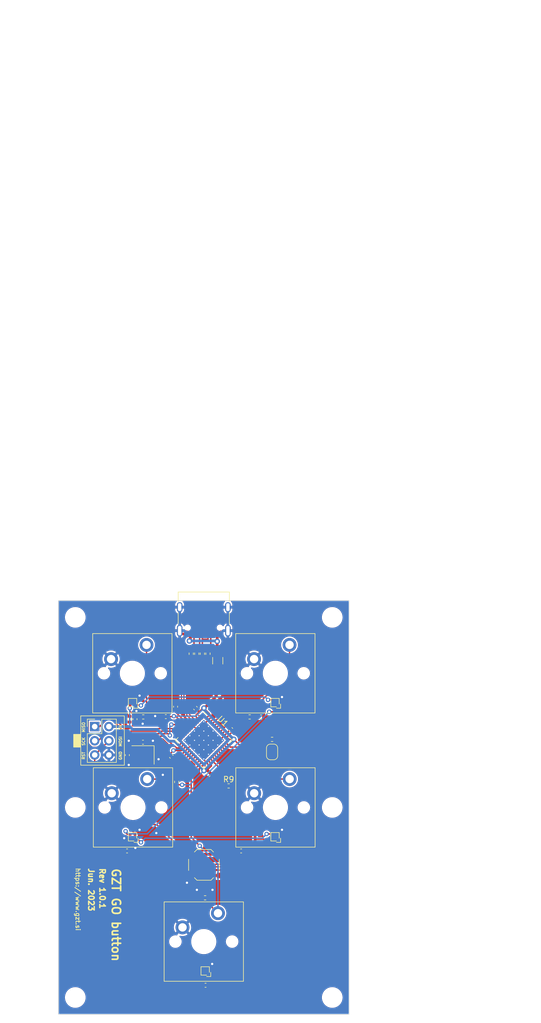
<source format=kicad_pcb>
(kicad_pcb (version 20221018) (generator pcbnew)
  (title_block (title "GO-button") (date "2023-03-08") (rev "1.0.0") (company "GZT") (comment 1 "Author: Gašper Doljak"))
  (layers (0 "F.Cu" signal) (31 "B.Cu" signal) (34 "B.Paste" user) (35 "F.Paste" user) (36 "B.SilkS" user "B.Silkscreen") (37 "F.SilkS" user "F.Silkscreen") (38 "B.Mask" user) (39 "F.Mask" user) (44 "Edge.Cuts" user))
  (net 0 "")
  (net 1 "GND")
  (net 2 "Net-(U1-UCAP)")
  (net 3 "+5V")
  (net 4 "/MOSI")
  (net 5 "Net-(F1-Pad2)")
  (net 6 "/CC1")
  (net 7 "Net-(J1-D+-PadA6)")
  (net 8 "Net-(J1-D--PadA7)")
  (net 10 "/CC2")
  (net 12 "/SCK")
  (net 13 "/MISO")
  (net 14 "/~RESET")
  (net 15 "/~HWB")
  (net 16 "/D-")
  (net 17 "/D+")
  (net 18 "/SW1")
  (net 19 "/SW3")
  (net 20 "/SW5")
  (net 21 "/SW2")
  (net 22 "/SW4")
  (net 31 "Net-(D1-DOUT)")
  (net 32 "Net-(D2-DOUT)")
  (net 40 "/XTAL1")
  (net 41 "/XTAL2")
  (net 42 "Net-(D4-DOUT)")
  (net 43 "Net-(D3-DOUT)")
  (net 48 "Net-(D1-DIN)")
  (footprint "Capacitor_SMD:C_0402_1005Metric" (layer "F.Cu") (at 131.572 76.2 135)
    (fp_text reference "C7" hide)
    (fp_text value "0.1uF")
  )
  (footprint "MountingHole:MountingHole_3.2mm_M3_ISO14580" (layer "F.Cu") (at 152 96)
    (fp_text reference "REF**" hide)
    (fp_text value "MountingHole_3.2mm_M3_ISO14580")
  )
  (footprint "Package_DFN_QFN:QFN-44-1EP_7x7mm_P0.5mm_EP5.2x5.2mm_ThermalVias" (layer "F.Cu") (at 129 84 -45)
    (fp_text reference "U1")
    (fp_text value "ATmega32U4-A")
  )
  (footprint "MountingHole:MountingHole_3.2mm_M3_ISO14580" (layer "F.Cu") (at 106 62)
    (fp_text reference "REF**" hide)
    (fp_text value "MountingHole_3.2mm_M3_ISO14580")
  )
  (footprint "Crystal:Crystal_SMD_3225-4Pin_3.2x2.5mm" (layer "F.Cu") (at 118.11 86.614 180)
    (fp_text reference "Y1" hide)
    (fp_text value "X322516MLB4SI")
  )
  (footprint "LED_SMD:XL-1010RGBC-WS2812B" (layer "F.Cu") (at 129.25 125.25 180)
    (fp_text reference "D5" hide)
    (fp_text value "WS2812")
  )
  (footprint "MountingHole:MountingHole_3.2mm_M3_ISO14580" (layer "F.Cu") (at 152 62)
    (fp_text reference "REF**" hide)
    (fp_text value "MountingHole_3.2mm_M3_ISO14580")
  )
  (footprint "Resistor_SMD:R_0402_1005Metric" (layer "F.Cu") (at 126.75 68.5 -90)
    (fp_text reference "R2" hide)
    (fp_text value "5k1")
  )
  (footprint "Jumper:SolderJumper-2_P1.3mm_Bridged_RoundedPad1.0x1.5mm" (layer "F.Cu") (at 141.226 86.07 -90)
    (fp_text reference "JP1" hide)
    (fp_text value "SolderJumper_2_Bridged")
  )
  (footprint "Capacitor_SMD:C_0402_1005Metric" (layer "F.Cu") (at 123.952 77.978 -90)
    (fp_text reference "C3" hide)
    (fp_text value "0.1uF")
  )
  (footprint "MountingHole:MountingHole_3.2mm_M3_ISO14580" (layer "F.Cu") (at 106 96)
    (fp_text reference "REF**" hide)
    (fp_text value "MountingHole_3.2mm_M3_ISO14580")
  )
  (footprint "Capacitor_SMD:C_0402_1005Metric" (layer "F.Cu") (at 122.202 79.756)
    (fp_text reference "C9" hide)
    (fp_text value "10uF")
  )
  (footprint "Resistor_SMD:R_0402_1005Metric" (layer "F.Cu") (at 129.2352 112.1664)
    (fp_text reference "R10" hide)
    (fp_text value "4k7")
  )
  (footprint "Capacitor_SMD:C_0402_1005Metric" (layer "F.Cu") (at 115.316 86.642 -90)
    (fp_text reference "C1" hide)
    (fp_text value "22pF")
  )
  (footprint "Connector_USB:USB_C_Receptacle_G-Switch_GT-USB-7010ASV" (layer "F.Cu") (at 129 61.25 180)
    (fp_text reference "J1" hide)
    (fp_text value "GT-USB-7010ASV")
  )
  (footprint "LED_SMD:XL-1010RGBC-WS2812B" (layer "F.Cu") (at 116.25 101.25 180)
    (fp_text reference "D3" hide)
    (fp_text value "WS2812")
  )
  (footprint "LED_SMD:XL-1010RGBC-WS2812B" (layer "F.Cu") (at 141.75 77.25 180)
    (fp_text reference "D2" hide)
    (fp_text value "WS2812")
  )
  (footprint "Resistor_SMD:R_0402_1005Metric" (layer "F.Cu") (at 141.226 83.82 180)
    (fp_text reference "R5" hide)
    (fp_text value "10k")
  )
  (footprint "PCM_Switch_Keyboard_Cherry_MX:SW_Cherry_MX_PCB" (layer "F.Cu") (at 116.33 96)
    (fp_text reference "SW3" hide)
    (fp_text value "SW_Push")
  )
  (footprint "Resistor_SMD:R_0402_1005Metric" (layer "F.Cu") (at 129.75 68.5 -90)
    (fp_text reference "R1" hide)
    (fp_text value "5k1")
  )
  (footprint "Capacitor_SMD:C_0402_1005Metric" (layer "F.Cu") (at 127.508 78.232 -45)
    (fp_text reference "C8" hide)
    (fp_text value "10uF")
  )
  (footprint "Resistor_SMD:R_0402_1005Metric" (layer "F.Cu") (at 118.1608 79.8068)
    (fp_text reference "R6" hide)
    (fp_text value "4k7")
  )
  (footprint "LED_SMD:XL-1010RGBC-WS2812B" (layer "F.Cu") (at 141.75 101.25 180)
    (fp_text reference "D4" hide)
    (fp_text value "WS2812")
  )
  (footprint "PCM_Switch_Keyboard_Cherry_MX:SW_Cherry_MX_PCB" (layer "F.Cu") (at 141.81 72)
    (fp_text reference "SW2" hide)
    (fp_text value "SW_Push")
  )
  (footprint "Capacitor_SMD:C_0402_1005Metric" (layer "F.Cu") (at 118.11 84.328)
    (fp_text reference "C2" hide)
    (fp_text value "22pF")
  )
  (footprint "Capacitor_SMD:C_0402_1005Metric" (layer "F.Cu") (at 115.2652 103.7844 180)
    (fp_text reference "C12" hide)
    (fp_text value "0.1uF")
  )
  (footprint "PCM_Switch_Keyboard_Cherry_MX:SW_Cherry_MX_PCB" (layer "F.Cu") (at 129 120)
    (fp_text reference "SW5" hide)
    (fp_text value "SW_Push")
  )
  (footprint "LED_SMD:XL-1010RGBC-WS2812B" (layer "F.Cu") (at 116.25 77.25 180)
    (fp_text reference "D1" hide)
    (fp_text value "WS2812")
  )
  (footprint "Resistor_SMD:R_0402_1005Metric" (layer "F.Cu") (at 137.2108 79.8068 180)
    (fp_text reference "R7" hide)
    (fp_text value "4k7")
  )
  (footprint "Capacitor_SMD:C_0402_1005Metric" (layer "F.Cu") (at 139.2428 79.8068)
    (fp_text reference "C11" hide)
    (fp_text value "0.1uF")
  )
  (footprint "Capacitor_SMD:C_0402_1005Metric" (layer "F.Cu") (at 129.794 90.17 45)
    (fp_text reference "C4" hide)
    (fp_text value "0.1uF")
  )
  (footprint "Resistor_SMD:R_0402_1005Metric" (layer "F.Cu") (at 127.75 68.5 -90)
    (fp_text reference "R4" hide)
    (fp_text value "22E")
  )
  (footprint "Capacitor_SMD:C_0402_1005Metric" (layer "F.Cu") (at 135.6868 103.7844 180)
    (fp_text reference "C13" hide)
    (fp_text value "0.1uF")
  )
  (footprint "Capacitor_SMD:C_0402_1005Metric" (layer "F.Cu") (at 116.6876 80.2132 -90)
    (fp_text reference "C10" hide)
    (fp_text value "0.1uF")
  )
  (footprint "Capacitor_SMD:C_0402_1005Metric" (layer "F.Cu") (at 123.19 86.868 135)
    (fp_text reference "C6" hide)
    (fp_text value "0.1uF")
  )
  (footprint "Capacitor_SMD:C_0402_1005Metric" (layer "F.Cu") (at 133.858 82.042 -45)
    (fp_text reference "C5" hide)
    (fp_text value "0.1uF")
  )
  (footprint "Fuse:Fuse_1206_3216Metric" (layer "F.Cu") (at 131.5 69.75 90)
    (fp_text reference "F1" hide)
    (fp_text value "JK-nSMD050SF")
  )
  (footprint "MountingHole:MountingHole_3.2mm_M3_ISO14580" (layer "F.Cu") (at 152 130)
    (fp_text reference "REF**" hide)
    (fp_text value "MountingHole_3.2mm_M3_ISO14580")
  )
  (footprint "Button_Switch_SMD:SW_SPST_TL3342" (layer "F.Cu") (at 129.032 106.274)
    (fp_text reference "SW6" hide)
    (fp_text value "TS-1187A-B-A-B")
  )
  (footprint "PCM_Switch_Keyboard_Cherry_MX:SW_Cherry_MX_PCB" (layer "F.Cu") (at 116.21 72)
    (fp_text reference "SW1" hide)
    (fp_text value "SW_Push")
  )
  (footprint "Connector:AVR_ISP_HEADER" (layer "F.Cu") (at 109.474 81.534)
    (fp_text reference "J2" hide)
    (fp_text value "AVR-ISP-6")
  )
  (footprint "Resistor_SMD:R_0402_1005Metric" (layer "F.Cu") (at 128.75 68.5 -90)
    (fp_text reference "R3" hide)
    (fp_text value "22E")
  )
  (footprint "Resistor_SMD:R_0402_1005Metric" (layer "F.Cu") (at 133.4516 92.1512)
    (fp_text reference "R9")
    (fp_text value "4k7")
  )
  (footprint "MountingHole:MountingHole_3.2mm_M3_ISO14580" (layer "F.Cu") (at 106 130)
    (fp_text reference "REF**" hide)
    (fp_text value "MountingHole_3.2mm_M3_ISO14580")
  )
  (footprint "Resistor_SMD:R_0402_1005Metric" (layer "F.Cu") (at 124.1552 91.44 90)
    (fp_text reference "R8" hide)
    (fp_text value "4k7")
  )
  (footprint "PCM_Switch_Keyboard_Cherry_MX:SW_Cherry_MX_PCB" (layer "F.Cu") (at 141.83 96)
    (fp_text reference "SW4" hide)
    (fp_text value "SW_Push")
  )
  (footprint "Capacitor_SMD:C_0402_1005Metric" (layer "F.Cu") (at 129.314 127.8128)
    (fp_text reference "C14" hide)
    (fp_text value "0.1uF")
  )
  (footprint "Resistor_SMD:R_0402_1005Metric" (layer "F.Cu") (at 115.7224 80.2132 90)
    (fp_text reference "R11" hide)
    (fp_text value "220E")
  )
  (footprint "Symbol:GZT_LOGO_25mm" (layer "F.Cu") (at 145 117.5)
    (fp_text reference "REF**" hide)
    (fp_text value "GZT_LOGO_25mm" hide)
  )
  (gr_rect locked (start 103 59) (end 155 133) (stroke (width 0.1)) (fill none) (layer "Edge.Cuts"))
  (gr_text "https://www.gzt.si" (at 106 106.75 -90) (layer "F.SilkS") (effects (font (size 0.8 0.8)) (justify left bottom)))
  (gr_text "GZT GO button\n\n" (at 110 106.75 -90) (layer "F.SilkS") (effects (font (size 1.5 1.5) (thickness 0.3) bold) (justify left bottom)))
  (gr_text "Jun. 2023" (at 108.25 106.75 270) (layer "F.SilkS") (effects (font (size 1 1) (thickness 0.25) bold) (justify left bottom)))
  (gr_text "Rev 1.0.1" (at 110.25 106.75 270) (layer "F.SilkS") (effects (font (size 1 1) (thickness 0.25) bold) (justify left bottom)))
  (segment (start 125.932924 85.652862) (end 127.585786 84) (width 0.25) (layer "F.Cu") (net 1))
  (segment (start 125.535177 79.82807) (end 126.993585 81.286478) (width 0.25) (layer "F.Cu") (net 1))
  (segment (start 124.587 78.455629) (end 125.535177 79.403806) (width 0.25) (layer "F.Cu") (net 1))
  (segment (start 129.592202 88.127736) (end 129.145537 88.127736) (width 0.25) (layer "F.Cu") (net 1))
  (segment (start 124.686648 86.899138) (end 125.932924 85.652862) (width 0.25) (layer "F.Cu") (net 1))
  (segment (start 131.828427 84) (end 129 84) (width 0.25) (layer "F.Cu") (net 1))
  (segment (start 129 83.292893) (end 129 84) (width 0.25) (layer "F.Cu") (net 1))
  (segment (start 119.720792 87.974792) (end 119.21 87.464) (width 0.25) (layer "F.Cu") (net 1))
  (segment (start 123.83812 86.899138) (end 124.686648 86.899138) (width 0.25) (layer "F.Cu") (net 1))
  (segment (start 115.316 86.162) (end 116.612 86.162) (width 0.25) (layer "F.Cu") (net 1))
  (segment (start 133.518589 82.309838) (end 133.518589 81.702589) (width 0.25) (layer "F.Cu") (net 1))
  (segment (start 128.207 89.066273) (end 128.207 89.749727) (width 0.25) (layer "F.Cu") (net 1))
  (segment (start 130.767767 79.403806) (end 130.767767 77.70675) (width 0.25) (layer "F.Cu") (net 1))
  (segment (start 129.592202 88.127736) (end 129.592202 88.057025) (width 0.25) (layer "F.Cu") (net 1))
  (segment (start 132.774182 83.054245) (end 131.828427 84) (width 0.25) (layer "F.Cu") (net 1))
  (segment (start 126.993585 81.286478) (end 129 83.292893) (width 0.25) (layer "F.Cu") (net 1))
  (segment (start 132.774182 83.054245) (end 133.518589 82.309838) (width 0.25) (layer "F.Cu") (net 1))
  (segment (start 131.911411 76.539411) (end 131.911411 76.563106) (width 0.25) (layer "F.Cu") (net 1))
  (segment (start 129 81.171573) (end 129 84) (width 0.25) (layer "F.Cu") (net 1))
  (segment (start 129.592202 88.057025) (end 129 87.464823) (width 0.25) (layer "F.Cu") (net 1))
  (segment (start 123.529411 87.207411) (end 122.76203 87.974792) (width 0.25) (layer "F.Cu") (net 1))
  (segment (start 128.966684 90.509411) (end 129.454589 90.509411) (width 0.25) (layer "F.Cu") (net 1))
  (segment (start 128.207 89.749727) (end 128.966684 90.509411) (width 0.25) (layer "F.Cu") (net 1))
  (segment (start 129.145537 88.127736) (end 128.207 89.066273) (width 0.25) (layer "F.Cu") (net 1))
  (segment (start 123.529411 87.207411) (end 123.529847 87.207411) (width 0.25) (layer "F.Cu") (net 1))
  (segment (start 131.911411 76.563106) (end 130.767767 77.70675) (width 0.25) (layer "F.Cu") (net 1))
  (segment (start 123.959609 77.498) (end 124.587 78.125391) (width 0.25) (layer "F.Cu") (net 1))
  (segment (start 116.612 86.162) (end 117.01 85.764) (width 0.25) (layer "F.Cu") (net 1))
  (segment (start 129 87.464823) (end 129 84) (width 0.25) (layer "F.Cu") (net 1))
  (segment (start 123.529847 87.207411) (end 123.83812 86.899138) (width 0.25) (layer "F.Cu") (net 1))
  (segment (start 127.585786 84) (end 129 84) (width 0.25) (layer "F.Cu") (net 1))
  (segment (start 129.945755 80.225818) (end 130.767767 79.403806) (width 0.25) (layer "F.Cu") (net 1))
  (segment (start 123.952 77.498) (end 123.959609 77.498) (width 0.25) (layer "F.Cu") (net 1))
  (segment (start 129.945755 80.225818) (end 129 81.171573) (width 0.25) (layer "F.Cu") (net 1))
  (segment (start 122.76203 87.974792) (end 119.720792 87.974792) (width 0.25) (layer "F.Cu") (net 1))
  (segment (start 124.587 78.125391) (end 124.587 78.455629) (width 0.25) (layer "F.Cu") (net 1))
  (segment (start 125.535177 79.403806) (end 125.535177 79.82807) (width 0.25) (layer "F.Cu") (net 1))
  (via (at 120.2944 79.6544) (size 0.8) (drill 0.4) (layers "F.Cu" "B.Cu") (net 1))
  (via (at 125.984 109.474) (size 0.8) (drill 0.4) (layers "F.Cu" "B.Cu") (net 1))
  (via (at 117.5 76) (size 0.8) (drill 0.4) (layers "F.Cu" "B.Cu") (net 1))
  (via (at 116.9416 78.75) (size 0.8) (drill 0.4) (layers "F.Cu" "B.Cu") (net 1))
  (via (at 116.75 103.25) (size 0.8) (drill 0.4) (layers "F.Cu" "B.Cu") (net 1))
  (via (at 130.5 124) (size 0.8) (drill 0.4) (layers "F.Cu" "B.Cu") (net 1))
  (via (at 120.5 100.584) (size 0.8) (drill 0.4) (layers "F.Cu" "B.Cu") (net 1))
  (via (at 143 100) (size 0.8) (drill 0.4) (layers "F.Cu" "B.Cu") (net 1))
  (via (at 118.0592 81.026) (size 0.8) (drill 0.4) (layers "F.Cu" "B.Cu") (net 1))
  (via (at 143 76.25) (size 0.8) (drill 0.4) (layers "F.Cu" "B.Cu") (net 1))
  (via (at 130.556 110.744) (size 0.8) (drill 0.4) (layers "F.Cu" "B.Cu") (net 1))
  (via (at 121.666 90.17) (size 0.8) (drill 0.4) (layers "F.Cu" "B.Cu") (net 1))
  (via (at 115.57 88.392) (size 0.8) (drill 0.4) (layers "F.Cu" "B.Cu") (net 1))
  (via (at 119.888 84.074) (size 0.8) (drill 0.4) (layers "F.Cu" "B.Cu") (net 1))
  (via (at 117.5 100) (size 0.8) (drill 0.4) (layers "F.Cu" "B.Cu") (net 1))
  (via (at 115.57 84.074) (size 0.8) (drill 0.4) (layers "F.Cu" "B.Cu") (net 1))
  (via (at 120.904 87.376) (size 0.8) (drill 0.4) (layers "F.Cu" "B.Cu") (net 1))
  (via (at 114.75 101.5) (size 0.8) (drill 0.4) (layers "F.Cu" "B.Cu") (net 1))
  (via (at 127.762 110.744) (size 0.8) (drill 0.4) (layers "F.Cu" "B.Cu") (net 1))
  (segment (start 123.952 78.952) (end 126.640031 81.640031) (width 0.25) (layer "F.Cu") (net 2))
  (segment (start 123.952 78.458) (end 123.952 78.952) (width 0.25) (layer "F.Cu") (net 2))
  (segment (start 128.834 127.8128) (end 128.834 125.684) (width 0.25) (layer "F.Cu") (net 3))
  (segment (start 129.111146 78.232) (end 130.202082 77.141064) (width 0.5) (layer "F.Cu") (net 3))
  (segment (start 117.922 106.172) (end 128.778 106.172) (width 0.25) (layer "F.Cu") (net 3))
  (segment (start 115.7732 78.2732) (end 115.75 78.25) (width 0.25) (layer "F.Cu") (net 3))
  (segment (start 131.5 75.593178) (end 131.232589 75.860589) (width 0.5) (layer "F.Cu") (net 3))
  (segment (start 128.834 125.684) (end 128.825 125.675) (width 0.25) (layer "F.Cu") (net 3))
  (segment (start 125.579371 85.299309) (end 125.068908 85.809772) (width 0.25) (layer "F.Cu") (net 3))
  (segment (start 116.6876 79.697862) (end 116.6876 79.7332) (width 0.25) (layer "F.Cu") (net 3))
  (segment (start 139.783918 84.752082) (end 135.298082 84.752082) (width 0.25) (layer "F.Cu") (net 3))
  (segment (start 123.731402 79.756) (end 123.641902 79.6665) (width 0.25) (layer "F.Cu") (net 3))
  (segment (start 132.041792 91.73897) (end 130.133411 89.830589) (width 0.5) (layer "F.Cu") (net 3))
  (segment (start 130.006218 79.206218) (end 129.032 78.232) (width 0.25) (layer "F.Cu") (net 3))
  (segment (start 115.825 101.675) (end 115.825 104.075) (width 0.25) (layer "F.Cu") (net 3))
  (segment (start 138.7628 78.3056) (end 139.3934 77.675) (width 0.25) (layer "F.Cu") (net 3))
  (segment (start 138.176 101.88005) (end 138.176 100.33) (width 0.5) (layer "F.Cu") (net 3))
  (segment (start 131.232589 76.110557) (end 130.202082 77.141064) (width 0.5) (layer "F.Cu") (net 3))
  (segment (start 123.952 79.756) (end 123.731402 79.756) (width 0.25) (layer "F.Cu") (net 3))
  (segment (start 128.054245 80.225818) (end 127.640228 79.811801) (width 0.25) (layer "F.Cu") (net 3))
  (segment (start 115.75 78.25) (end 115.75 77.75) (width 0.25) (layer "F.Cu") (net 3))
  (segment (start 115.825 104.075) (end 117.922 106.172) (width 0.25) (layer "F.Cu") (net 3))
  (segment (start 137.7208 79.8068) (end 138.7628 79.8068) (width 0.25) (layer "F.Cu") (net 3))
  (segment (start 129.592202 79.872264) (end 130.006218 79.458248) (width 0.25) (layer "F.Cu") (net 3))
  (segment (start 128.778 116.222) (end 126.175 118.825) (width 0.25) (layer "F.Cu") (net 3))
  (segment (start 133.171024 83.407798) (end 134.197411 82.381411) (width 0.25) (layer "F.Cu") (net 3))
  (segment (start 129.032 89.408) (end 129.710822 89.408) (width 0.5) (layer "F.Cu") (net 3))
  (segment (start 127.640228 79.420074) (end 128.168151 78.892151) (width 0.25) (layer "F.Cu") (net 3))
  (segment (start 129.710822 89.408) (end 130.133411 89.830589) (width 0.5) (layer "F.Cu") (net 3))
  (segment (start 125.068908 85.809772) (end 123.569406 85.809772) (width 0.25) (layer "F.Cu") (net 3))
  (segment (start 125.1184 91.95) (end 125.1204 91.948) (width 0.25) (layer "F.Cu") (net 3))
  (segment (start 126.175 118.825) (end 126.175 124.175) (width 0.25) (layer "F.Cu") (net 3))
  (segment (start 116.6876 79.7332) (end 117.5772 79.7332) (width 0.25) (layer "F.Cu") (net 3))
  (segment (start 134.197411 82.381411) (end 135.146189 82.381411) (width 0.25) (layer "F.Cu") (net 3))
  (segment (start 138.176 100.33) (end 132.041792 94.195792) (width 0.5) (layer "F.Cu") (net 3))
  (segment (start 133.539938 83.82) (end 133.127736 83.407798) (width 0.25) (layer "F.Cu") (net 3))
  (segment (start 131.232589 75.860589) (end 131.232589 76.110557) (width 0.5) (layer "F.Cu") (net 3))
  (segment (start 123.569406 85.809772) (end 122.850589 86.528589) (width 0.25) (layer "F.Cu") (net 3))
  (segment (start 128.778 106.172) (end 128.778 116.222) (width 0.25) (layer "F.Cu") (net 3))
  (segment (start 117.5772 79.7332) (end 117.6508 79.8068) (width 0.25) (layer "F.Cu") (net 3))
  (segment (start 130.006218 79.458248) (end 130.006218 79.206218) (width 0.25) (layer "F.Cu") (net 3))
  (segment (start 129.032 78.232) (end 128.948152 78.315848) (width 0.5) (layer "F.Cu") (net 3))
  (segment (start 128.828302 78.232) (end 129.032 78.232) (width 0.25) (layer "F.Cu") (net 3))
  (segment (start 134.366 83.82) (end 133.539938 83.82) (width 0.25) (layer "F.Cu") (net 3))
  (segment (start 127.675 125.675) (end 128.825 125.675) (width 0.25) (layer "F.Cu") (net 3))
  (segment (start 122.682 79.756) (end 123.952 79.756) (width 0.25) (layer "F.Cu") (net 3))
  (segment (start 129.032 78.232) (end 129.111146 78.232) (width 0.5) (layer "F.Cu") (net 3))
  (segment (start 138.176 101.88005) (end 133.88405 106.172) (width 0.25) (layer "F.Cu") (net 3))
  (segment (start 115.75 78.775305) (end 115.765043 78.775305) (width 0.25) (layer "F.Cu") (net 3))
  (segment (start 115.75 78.775305) (end 115.75 78.25) (width 0.25) (layer "F.Cu") (net 3))
  (segment (start 115.765043 78.775305) (end 116.6876 79.697862) (width 0.25) (layer "F.Cu") (net 3))
  (segment (start 124.048893 79.756) (end 126.286478 81.993585) (width 0.25) (layer "F.Cu") (net 3))
  (segment (start 135.298082 84.752082) (end 134.366 83.82) (width 0.25) (layer "F.Cu") (net 3))
  (segment (start 115.75 77.75) (end 115.825 77.675) (width 0.25) (layer "F.Cu") (net 3))
  (segment (start 132.9416 92.1512) (end 132.041792 92.1512) (width 0.25) (layer "F.Cu") (net 3))
  (segment (start 138.7628 79.8068) (end 138.7628 78.3056) (width 0.25) (layer "F.Cu") (net 3))
  (segment (start 131.5 71.15) (end 131.5 75.593178) (width 0.5) (layer "F.Cu") (net 3))
  (segment (start 127.640228 79.811801) (end 127.640228 79.420074) (width 0.25) (layer "F.Cu") (net 3))
  (segment (start 128.168151 78.892151) (end 128.828302 78.232) (width 0.25) (layer "F.Cu") (net 3))
  (segment (start 132.041792 92.1512) (end 132.041792 91.73897) (width 0.5) (layer "F.Cu") (net 3))
  (segment (start 129.032 89.408) (end 129.531698 89.408) (width 0.25) (layer "F.Cu") (net 3))
  (segment (start 141.325 77.675) (end 139.3934 77.675) (width 0.25) (layer "F.Cu") (net 3))
  (segment (start 141.325 101.675) (end 138.38105 101.675) (width 0.25) (layer "F.Cu") (net 3))
  (segment (start 140.716 83.82) (end 139.783918 84.752082) (width 0.25) (layer "F.Cu") (net 3))
  (segment (start 138.38105 101.675) (end 138.176 101.88005) (width 0.25) (layer "F.Cu") (net 3))
  (segment (start 133.88405 106.172) (end 128.778 106.172) (width 0.25) (layer "F.Cu") (net 3))
  (segment (start 130.359772 88.188199) (end 129.945755 87.774182) (width 0.25) (layer "F.Cu") (net 3))
  (segment (start 130.359772 88.579926) (end 130.359772 88.188199) (width 0.25) (layer "F.Cu") (net 3))
  (segment (start 129.531698 89.408) (end 130.359772 88.579926) (width 0.25) (layer "F.Cu") (net 3))
  (segment (start 135.146189 82.381411) (end 137.7208 79.8068) (width 0.25) (layer "F.Cu") (net 3))
  (segment (start 127.847411 78.571411) (end 128.168151 78.892151) (width 0.25) (layer "F.Cu") (net 3))
  (segment (start 126.175 124.175) (end 127.675 125.675) (width 0.25) (layer "F.Cu") (net 3))
  (segment (start 133.127736 83.407798) (end 133.171024 83.407798) (width 0.25) (layer "F.Cu") (net 3))
  (segment (start 132.041792 94.195792) (end 132.041792 92.1512) (width 0.5) (layer "F.Cu") (net 3))
  (segment (start 123.952 79.756) (end 124.048893 79.756) (width 0.25) (layer "F.Cu") (net 3))
  (segment (start 124.1552 91.95) (end 125.1184 91.95) (width 0.25) (layer "F.Cu") (net 3))
  (via (at 123.569325 85.809853) (size 0.8) (drill 0.4) (layers "F.Cu" "B.Cu") (net 3))
  (via (at 134.366 83.82) (size 1) (drill 0.5) (layers "F.Cu" "B.Cu") (net 3))
  (via (at 123.641902 79.6665) (size 0.8) (drill 0.4) (layers "F.Cu" "B.Cu") (net 3))
  (via (at 125.1204 91.948) (size 0.8) (drill 0.4) (layers "F.Cu" "B.Cu") (net 3))
  (via (at 115.75 78.25) (size 0.8) (drill 0.4) (layers "F.Cu" "B.Cu") (net 3))
  (via (at 129.032 89.408) (size 1) (drill 0.5) (layers "F.Cu" "B.Cu") (net 3))
  (via (at 129.032 78.232) (size 1) (drill 0.5) (layers "F.Cu" "B.Cu") (net 3))
  (segment (start 116.258 82.042) (end 115.75 81.534) (width 0.5) (layer "B.Cu") (net 3))
  (segment (start 123.641902 79.6665) (end 127.5975 79.6665) (width 0.25) (layer "B.Cu") (net 3))
  (segment (start 114.046 81.534) (end 112.014 81.534) (width 0.5) (layer "B.Cu") (net 3))
  (segment (start 129.032 78.486) (end 134.366 83.82) (width 0.5) (layer "B.Cu") (net 3))
  (segment (start 134.366 84.074) (end 129.032 89.408) (width 0.5) (layer "B.Cu") (net 3))
  (segment (start 126.492 91.948) (end 129.032 89.408) (width 0.25) (layer "B.Cu") (net 3))
  (segment (start 129.032 78.232) (end 129.032 78.486) (width 0.5) (layer "B.Cu") (net 3))
  (segment (start 125.222 85.598) (end 123.77301 84.14901) (width 0.5) (layer "B.Cu") (net 3))
  (segment (start 123.77301 84.14901) (end 122.75701 84.14901) (width 0.5) (layer "B.Cu") (net 3))
  (segment (start 123.781178 85.598) (end 123.569325 85.809853) (width 0.25) (layer "B.Cu") (net 3))
  (segment (start 125.1204 91.948) (end 126.492 91.948) (width 0.25) (layer "B.Cu") (net 3))
  (segment (start 115.75 81.534) (end 114.046 81.534) (width 0.5) (layer "B.Cu") (net 3))
  (segment (start 134.366 83.82) (end 134.366 84.074) (width 0.5) (layer "B.Cu") (net 3))
  (segment (start 125.222 85.598) (end 129.032 89.408) (width 0.5) (layer "B.Cu") (net 3))
  (segment (start 127.5975 79.6665) (end 129.032 78.232) (width 0.25) (layer "B.Cu") (net 3))
  (segment (start 122.75701 84.14901) (end 120.65 82.042) (width 0.5) (layer "B.Cu") (net 3))
  (segment (start 120.65 82.042) (end 116.258 82.042) (width 0.5) (layer "B.Cu") (net 3))
  (segment (start 115.75 81.534) (end 115.75 78.25) (width 0.25) (layer "B.Cu") (net 3))
  (segment (start 125.222 85.598) (end 123.781178 85.598) (width 0.25) (layer "B.Cu") (net 3))
  (segment (start 108.299 84.560701) (end 108.987299 85.249) (width 0.25) (layer "F.Cu") (net 4))
  (segment (start 112.708396 79.814) (end 108.908 79.814) (width 0.25) (layer "F.Cu") (net 4))
  (segment (start 110.839 85.249) (end 112.014 84.074) (width 0.25) (layer "F.Cu") (net 4))
  (segment (start 115.7224 80.7232) (end 115.7224 81.904) (width 0.25) (layer "F.Cu") (net 4))
  (segment (start 115.7224 81.904) (end 114.798396 81.904) (width 0.25) (layer "F.Cu") (net 4))
  (segment (start 114.798396 81.904) (end 112.708396 79.814) (width 0.25) (layer "F.Cu") (net 4))
  (segment (start 124.075573 81.904) (end 125.225818 83.054245) (width 0.25) (layer "F.Cu") (net 4))
  (segment (start 108.908 79.814) (end 108.299 80.423) (width 0.25) (layer "F.Cu") (net 4))
  (segment (start 108.987299 85.249) (end 110.839 85.249) (width 0.25) (layer "F.Cu") (net 4))
  (segment (start 108.299 80.423) (end 108.299 84.560701) (width 0.25) (layer "F.Cu") (net 4))
  (segment (start 115.7224 81.904) (end 124.075573 81.904) (width 0.25) (layer "F.Cu") (net 4))
  (segment (start 126.6 64.354949) (end 127.374949 63.58) (width 0.25) (layer "F.Cu") (net 5))
  (segment (start 126.6 66.039654) (end 126.4255 66.214154) (width 0.5) (layer "F.Cu") (net 5))
  (segment (start 130.625051 63.58) (end 131.4 64.354949) (width 0.25) (layer "F.Cu") (net 5))
  (segment (start 131.4 64.354949) (end 131.4 64.975) (width 0.25) (layer "F.Cu") (net 5))
  (segment (start 131.5 68.35) (end 131.4 68.25) (width 0.5) (layer "F.Cu") (net 5))
  (segment (start 127.374949 63.58) (end 130.625051 63.58) (width 0.25) (layer "F.Cu") (net 5))
  (segment (start 131.4 66.294) (end 131.4 64.975) (width 0.5) (layer "F.Cu") (net 5))
  (segment (start 126.6 64.975) (end 126.6 64.354949) (width 0.25) (layer "F.Cu") (net 5))
  (segment (start 126.6 64.975) (end 126.6 66.039654) (width 0.5) (layer "F.Cu") (net 5))
  (segment (start 131.4 68.25) (end 131.4 66.294) (width 0.5) (layer "F.Cu") (net 5))
  (via (at 131.4 66.294) (size 1) (drill 0.5) (layers "F.Cu" "B.Cu") (net 5))
  (via (at 126.4255 66.214154) (size 1) (drill 0.5) (layers "F.Cu" "B.Cu") (net 5))
  (segment (start 126.4255 66.214154) (end 131.320154 66.214154) (width 0.5) (layer "B.Cu") (net 5))
  (segment (start 131.320154 66.214154) (end 131.4 66.294) (width 0.5) (layer "B.Cu") (net 5))
  (segment (start 130.25 64.975) (end 130.25 67.49) (width 0.25) (layer "F.Cu") (net 6))
  (segment (start 130.25 67.49) (end 129.75 67.99) (width 0.25) (layer "F.Cu") (net 6))
  (segment (start 129.25 64.055) (end 129.25 64.975) (width 0.25) (layer "F.Cu") (net 7))
  (segment (start 128.275 64.03) (end 129.225 64.03) (width 0.25) (layer "F.Cu") (net 7))
  (segment (start 128.25 67.49) (end 127.75 67.99) (width 0.25) (layer "F.Cu") (net 7))
  (segment (start 129.225 64.03) (end 129.25 64.055) (width 0.25) (layer "F.Cu") (net 7))
  (segment (start 128.25 64.055) (end 128.275 64.03) (width 0.25) (layer "F.Cu") (net 7))
  (segment (start 128.25 64.975) (end 128.25 64.055) (width 0.25) (layer "F.Cu") (net 7))
  (segment (start 128.25 64.975) (end 128.25 67.49) (width 0.25) (layer "F.Cu") (net 7))
  (segment (start 129.725 65.92) (end 129.75 65.895) (width 0.25) (layer "F.Cu") (net 8))
  (segment (start 128.75 64.975) (end 128.75 65.895) (width 0.25) (layer "F.Cu") (net 8))
  (segment (start 128.75 65.895) (end 128.775 65.92) (width 0.25) (layer "F.Cu") (net 8))
  (segment (start 129.75 65.895) (end 129.75 64.975) (width 0.25) (layer "F.Cu") (net 8))
  (segment (start 128.775 65.92) (end 129.725 65.92) (width 0.25) (layer "F.Cu") (net 8))
  (segment (start 128.75 64.975) (end 128.75 67.99) (width 0.25) (layer "F.Cu") (net 8))
  (segment (start 127.25 67.49) (end 126.75 67.99) (width 0.25) (layer "F.Cu") (net 10))
  (segment (start 127.25 64.975) (end 127.25 67.49) (width 0.25) (layer "F.Cu") (net 10))
  (segment (start 122.613376 82.804) (end 111.379 82.804) (width 0.25) (layer "F.Cu") (net 12))
  (segment (start 123.19 81.1795) (end 124.12889 81.1795) (width 0.25) (layer "F.Cu") (net 12))
  (segment (start 111.379 82.804) (end 110.109 84.074) (width 0.25) (layer "F.Cu") (net 12))
  (segment (start 125.579371 82.629981) (end 125.579371 82.700691) (width 0.25) (layer "F.Cu") (net 12))
  (segment (start 122.924584 83.115208) (end 122.613376 82.804) (width 0.25) (layer "F.Cu") (net 12))
  (segment (start 124.12889 81.1795) (end 125.579371 82.629981) (width 0.25) (layer "F.Cu") (net 12))
  (segment (start 110.109 84.074) (end 109.474 84.074) (width 0.25) (layer "F.Cu") (net 12))
  (via (at 122.924584 83.115208) (size 0.8) (drill 0.4) (layers "F.Cu" "B.Cu") (net 12))
  (via (at 123.19 81.1795) (size 0.8) (drill 0.4) (layers "F.Cu" "B.Cu") (net 12))
  (segment (start 122.924584 81.444916) (end 123.19 81.1795) (width 0.25) (layer "B.Cu") (net 12))
  (segment (start 122.924584 83.115208) (end 122.924584 81.444916) (width 0.25) (layer "B.Cu") (net 12))
  (segment (start 109.474 81.534) (end 110.352299 81.534) (width 0.25) (layer "F.Cu") (net 13))
  (segment (start 124.872264 83.407798) (end 123.818466 82.354) (width 0.25) (layer "F.Cu") (net 13))
  (segment (start 123.818466 82.354) (end 114.612 82.354) (width 0.25) (layer "F.Cu") (net 13))
  (segment (start 110.352299 81.534) (end 111.622299 80.264) (width 0.25) (layer "F.Cu") (net 13))
  (segment (start 114.612 82.354) (end 112.522 80.264) (width 0.25) (layer "F.Cu") (net 13))
  (segment (start 112.522 80.264) (end 111.622299 80.264) (width 0.25) (layer "F.Cu") (net 13))
  (segment (start 125.225818 84.945755) (end 124.811801 85.359772) (width 0.25) (layer "F.Cu") (net 14))
  (segment (start 124.811801 85.359772) (end 124.144549 85.359772) (width 0.25) (layer "F.Cu") (net 14))
  (segment (start 121.862 83.254) (end 114.866 83.254) (width 0.25) (layer "F.Cu") (net 14))
  (segment (start 110.236 85.852) (end 109.474 86.614) (width 0.25) (layer "F.Cu") (net 14))
  (segment (start 114.866 83.254) (end 112.776 85.344) (width 0.25) (layer "F.Cu") (net 14))
  (segment (start 123.692853 85.084853) (end 121.862 83.254) (width 0.25) (layer "F.Cu") (net 14))
  (segment (start 123.86963 85.084853) (end 123.692853 85.084853) (width 0.25) (layer "F.Cu") (net 14))
  (segment (start 109.474 98.053305) (end 110.480695 99.06) (width 0.25) (layer "F.Cu") (net 14))
  (segment (start 110.998 85.852) (end 110.236 85.852) (width 0.25) (layer "F.Cu") (net 14))
  (segment (start 110.480695 99.06) (end 120.568 99.06) (width 0.25) (layer "F.Cu") (net 14))
  (segment (start 120.568 99.06) (end 125.882 104.374) (width 0.25) (layer "F.Cu") (net 14))
  (segment (start 124.144549 85.359772) (end 123.86963 85.084853) (width 0.25) (layer "F.Cu") (net 14))
  (segment (start 111.506 85.344) (end 110.998 85.852) (width 0.25) (layer "F.Cu") (net 14))
  (segment (start 125.882 104.374) (end 132.182 104.374) (width 0.5) (layer "F.Cu") (net 14))
  (segment (start 112.776 85.344) (end 111.506 85.344) (width 0.25) (layer "F.Cu") (net 14))
  (segment (start 109.474 86.614) (end 109.474 98.053305) (width 0.25) (layer "F.Cu") (net 14))
  (segment (start 141.226 84.33) (end 141.736 83.82) (width 0.25) (layer "F.Cu") (net 15))
  (segment (start 133.127736 84.592202) (end 133.737616 85.202082) (width 0.25) (layer "F.Cu") (net 15))
  (segment (start 141.008082 85.202082) (end 141.226 85.42) (width 0.25) (layer "F.Cu") (net 15))
  (segment (start 141.226 85.42) (end 141.226 84.33) (width 0.25) (layer "F.Cu") (net 15))
  (segment (start 133.737616 85.202082) (end 141.008082 85.202082) (width 0.25) (layer "F.Cu") (net 15))
  (segment (start 125.447 74.5152) (end 125.447 77.74798) (width 0.2) (layer "F.Cu") (net 16))
  (segment (start 127.665337 80.579371) (end 127.700691 80.579371) (width 0.2) (layer "F.Cu") (net 16))
  (segment (start 128.475001 69.284999) (end 128.475001 71.487199) (width 0.2) (layer "F.Cu") (net 16))
  (segment (start 126.410158 78.711138) (end 126.410158 79.324192) (width 0.2) (layer "F.Cu") (net 16))
  (segment (start 125.447 77.74798) (end 126.410158 78.711138) (width 0.2) (layer "F.Cu") (net 16))
  (segment (start 128.75 69.01) (end 128.475001 69.284999) (width 0.2) (layer "F.Cu") (net 16))
  (segment (start 128.475001 71.487199) (end 125.447 74.5152) (width 0.2) (layer "F.Cu") (net 16))
  (segment (start 126.410158 79.324192) (end 127.665337 80.579371) (width 0.2) (layer "F.Cu") (net 16))
  (segment (start 124.997 77.93435) (end 125.960177 78.897527) (width 0.2) (layer "F.Cu") (net 17))
  (segment (start 128.024999 69.284999) (end 128.024999 71.300801) (width 0.2) (layer "F.Cu") (net 17))
  (segment (start 124.997 74.3288) (end 124.997 77.93435) (width 0.2) (layer "F.Cu") (net 17))
  (segment (start 125.960177 78.897527) (end 125.960177 79.510609) (width 0.2) (layer "F.Cu") (net 17))
  (segment (start 127.75 69.01) (end 128.024999 69.284999) (width 0.2) (layer "F.Cu") (net 17))
  (segment (start 125.960177 79.510609) (end 127.347138 80.89757) (width 0.2) (layer "F.Cu") (net 17))
  (segment (start 127.347138 80.89757) (end 127.347138 80.932924) (width 0.2) (layer "F.Cu") (net 17))
  (segment (start 128.024999 71.300801) (end 124.997 74.3288) (width 0.2) (layer "F.Cu") (net 17))
  (segment (start 123.976786 80.391) (end 119.141 80.391) (width 0.25) (layer "F.Cu") (net 18))
  (segment (start 125.932924 82.347138) (end 123.976786 80.391) (width 0.25) (layer "F.Cu") (net 18))
  (segment (start 119.141 80.391) (end 118.75 80) (width 0.25) (layer "F.Cu") (net 18))
  (segment (start 118.75 80) (end 118.75 79.8576) (width 0.25) (layer "F.Cu") (net 18))
  (segment (start 118.75 79.8576) (end 118.75 66.92) (width 0.25) (layer "F.Cu") (net 18))
  (segment (start 122.682 90.932) (end 122.761198 90.932) (width 0.25) (layer "F.Cu") (net 19))
  (segment (start 118.87 90.92) (end 118.882 90.932) (width 0.25) (layer "F.Cu") (net 19))
  (segment (start 126.979676 86.713522) (end 126.993585 86.713522) (width 0.25) (layer "F.Cu") (net 19))
  (segment (start 124.1552 90.93) (end 124.1552 89.551907) (width 0.25) (layer "F.Cu") (net 19))
  (segment (start 124.1552 90.93) (end 122.684 90.93) (width 0.25) (layer "F.Cu") (net 19))
  (segment (start 124.1552 89.551907) (end 126.993585 86.713522) (width 0.25) (layer "F.Cu") (net 19))
  (segment (start 122.684 90.93) (end 122.682 90.932) (width 0.25) (layer "F.Cu") (net 19))
  (segment (start 118.882 90.932) (end 122.682 90.932) (width 0.25) (layer "F.Cu") (net 19))
  (segment (start 126.746 89.789534) (end 128.329115 88.206419) (width 0.25) (layer "F.Cu") (net 20))
  (segment (start 129.7452 112.1664) (end 129.7452 113.1252) (width 0.25) (layer "F.Cu") (net 20))
  (segment (start 128.27 102.87) (end 126.746 101.346) (width 0.25) (layer "F.Cu") (net 20))
  (segment (start 126.746 101.346) (end 126.746 89.789534) (width 0.25) (layer "F.Cu") (net 20))
  (segment (start 129.7452 113.1252) (end 131.54 114.92) (width 0.25) (layer "F.Cu") (net 20))
  (via (at 128.27 102.87) (size 0.8) (drill 0.4) (layers "F.Cu" "B.Cu") (net 20))
  (segment (start 128.27 102.87) (end 131.54 106.14) (width 0.25) (layer "B.Cu") (net 20))
  (segment (start 131.54 106.14) (end 131.54 114.92) (width 0.25) (layer "B.Cu") (net 20))
  (segment (start 136.7008 79.523895) (end 136.7008 79.8068) (width 0.25) (layer "F.Cu") (net 21))
  (segment (start 131.778986 79.8068) (end 130.652862 80.932924) (width 0.25) (layer "F.Cu") (net 21))
  (segment (start 144.35 66.92) (end 144.35 73.836) (width 0.25) (layer "F.Cu") (net 21))
  (segment (start 144.35 73.836) (end 143.256 74.93) (width 0.25) (layer "F.Cu") (net 21))
  (segment (start 141.294695 74.93) (end 136.7008 79.523895) (width 0.25) (layer "F.Cu") (net 21))
  (segment (start 143.256 74.93) (end 141.294695 74.93) (width 0.25) (layer "F.Cu") (net 21))
  (segment (start 136.7008 79.8068) (end 131.778986 79.8068) (width 0.25) (layer "F.Cu") (net 21))
  (segment (start 144.37 90.92) (end 133.9596 90.92) (width 0.25) (layer "F.Cu") (net 22))
  (segment (start 133.9616 90.922) (end 133.9596 90.92) (width 0.25) (layer "F.Cu") (net 22))
  (segment (start 133.9616 92.1512) (end 133.9616 90.922) (width 0.25) (layer "F.Cu") (net 22))
  (segment (start 133.79868 90.92) (end 130.299309 87.420629) (width 0.25) (layer "F.Cu") (net 22))
  (segment (start 133.9596 90.92) (end 133.79868 90.92) (width 0.25) (layer "F.Cu") (net 22))
  (segment (start 141.25 76.75) (end 141.325 76.825) (width 0.25) (layer "F.Cu") (net 31))
  (segment (start 116.675 77.675) (end 117.675 77.675) (width 0.25) (layer "F.Cu") (net 31))
  (segment (start 117.675 77.675) (end 117.75 77.75) (width 0.25) (layer "F.Cu") (net 31))
  (segment (start 140.5 76.75) (end 141.25 76.75) (width 0.25) (layer "F.Cu") (net 31))
  (via (at 117.75 77.75) (size 0.8) (drill 0.4) (layers "F.Cu" "B.Cu") (net 31))
  (via (at 140.5 76.75) (size 0.8) (drill 0.4) (layers "F.Cu" "B.Cu") (net 31))
  (segment (start 140 76.25) (end 140.5 76.75) (width 0.25) (layer "B.Cu") (net 31))
  (segment (start 119.25 76.25) (end 140 76.25) (width 0.25) (layer "B.Cu") (net 31))
  (segment (start 117.75 77.75) (end 119.25 76.25) (width 0.25) (layer "B.Cu") (net 31))
  (segment (start 115 100.5) (end 115.325 100.825) (width 0.25) (layer "F.Cu") (net 32))
  (segment (start 142.175 77.675) (end 142.175 78.15) (width 0.25) (layer "F.Cu") (net 32))
  (segment (start 115 100.25) (end 115 100.5) (width 0.25) (layer "F.Cu") (net 32))
  (segment (start 141.434273 78.890727) (end 140.716 78.890727) (width 0.25) (layer "F.Cu") (net 32))
  (segment (start 142.175 78.15) (end 141.434273 78.890727) (width 0.25) (layer "F.Cu") (net 32))
  (segment (start 115.325 100.825) (end 115.825 100.825) (width 0.25) (layer "F.Cu") (net 32))
  (via (at 140.716 78.890727) (size 0.8) (drill 0.4) (layers "F.Cu" "B.Cu") (net 32))
  (via (at 115 100.25) (size 0.8) (drill 0.4) (layers "F.Cu" "B.Cu") (net 32))
  (segment (start 115 100.25) (end 115.475 100.725) (width 0.25) (layer "B.Cu") (net 32))
  (segment (start 115.475 100.725) (end 118.881727 100.725) (width 0.25) (layer "B.Cu") (net 32))
  (segment (start 118.881727 100.725) (end 140.716 78.890727) (width 0.25) (layer "B.Cu") (net 32))
  (segment (start 115.658 87.464) (end 115.316 87.122) (width 0.25) (layer "F.Cu") (net 40))
  (segment (start 117.01 87.464) (end 117.01 88.308) (width 0.25) (layer "F.Cu") (net 40))
  (segment (start 117.01 87.464) (end 115.658 87.464) (width 0.25) (layer "F.Cu") (net 40))
  (segment (start 123.896386 89.103614) (end 126.640031 86.359969) (width 0.25) (layer "F.Cu") (net 40))
  (segment (start 117.01 88.308) (end 117.798 89.096) (width 0.25) (layer "F.Cu") (net 40))
  (segment (start 117.798 89.096) (end 122.359578 89.096) (width 0.25) (layer "F.Cu") (net 40))
  (segment (start 122.359578 89.096) (end 122.367192 89.103614) (width 0.25) (layer "F.Cu") (net 40))
  (segment (start 122.367192 89.103614) (end 123.896386 89.103614) (width 0.25) (layer "F.Cu") (net 40))
  (segment (start 119.21 84.948) (end 118.59 84.328) (width 0.25) (layer "F.Cu") (net 41))
  (segment (start 122.545974 88.646) (end 122.553588 88.653614) (width 0.25) (layer "F.Cu") (net 41))
  (segment (start 118.11 86.614) (end 118.11 88.392) (width 0.25) (layer "F.Cu") (net 41))
  (segment (start 119.21 85.764) (end 118.96 85.764) (width 0.25) (layer "F.Cu") (net 41))
  (segment (start 123.639279 88.653614) (end 126.286478 86.006415) (width 0.25) (layer "F.Cu") (net 41))
  (segment (start 122.553588 88.653614) (end 123.639279 88.653614) (width 0.25) (layer "F.Cu") (net 41))
  (segment (start 118.11 88.392) (end 118.364 88.646) (width 0.25) (layer "F.Cu") (net 41))
  (segment (start 118.96 85.764) (end 118.11 86.614) (width 0.25) (layer "F.Cu") (net 41))
  (segment (start 119.21 85.764) (end 119.21 84.948) (width 0.25) (layer "F.Cu") (net 41))
  (segment (start 118.364 88.646) (end 122.545974 88.646) (width 0.25) (layer "F.Cu") (net 41))
  (segment (start 134.247222 106.622) (end 129.628 106.622) (width 0.25) (layer "F.Cu") (net 42))
  (segment (start 129.25 107) (end 129.25 116.386396) (width 0.25) (layer "F.Cu") (net 42))
  (segment (start 142.175 101.925) (end 141.875 102.225) (width 0.25) (layer "F.Cu") (net 42))
  (segment (start 142.175 101.675) (end 142.175 101.925) (width 0.25) (layer "F.Cu") (net 42))
  (segment (start 138.644222 102.225) (end 134.247222 106.622) (width 0.25) (layer "F.Cu") (net 42))
  (segment (start 126.625 123.988604) (end 127.461396 124.825) (width 0.25) (layer "F.Cu") (net 42))
  (segment (start 129.628 106.622) (end 129.25 107) (width 0.25) (layer "F.Cu") (net 42))
  (segment (start 126.625 119.011396) (end 126.625 123.988604) (width 0.25) (layer "F.Cu") (net 42))
  (segment (start 141.875 102.225) (end 138.644222 102.225) (width 0.25) (layer "F.Cu") (net 42))
  (segment (start 127.461396 124.825) (end 128.825 124.825) (width 0.25) (layer "F.Cu") (net 42))
  (segment (start 129.25 116.386396) (end 126.625 119.011396) (width 0.25) (layer "F.Cu") (net 42))
  (segment (start 141.25 100.75) (end 141.325 100.825) (width 0.25) (layer "F.Cu") (net 43))
  (segment (start 117.75 102.25) (end 117.175 101.675) (width 0.25) (layer "F.Cu") (net 43))
  (segment (start 140.25 100.75) (end 141.25 100.75) (width 0.25) (layer "F.Cu") (net 43))
  (segment (start 117.175 101.675) (end 116.675 101.675) (width 0.25) (layer "F.Cu") (net 43))
  (via (at 140.25 100.75) (size 0.8) (drill 0.4) (layers "F.Cu" "B.Cu") (net 43))
  (via (at 117.75 102.25) (size 0.8) (drill 0.4) (layers "F.Cu" "B.Cu") (net 43))
  (segment (start 118.5 101.5) (end 139.5 101.5) (width 0.25) (layer "B.Cu") (net 43))
  (segment (start 139.5 101.5) (end 140.25 100.75) (width 0.25) (layer "B.Cu") (net 43))
  (segment (start 117.75 102.25) (end 118.5 101.5) (width 0.25) (layer "B.Cu") (net 43))
  (segment (start 115.35 76.825) (end 115.025 77.15) (width 0.25) (layer "F.Cu") (net 48))
  (segment (start 115.025 77.15) (end 115.025 79.0058) (width 0.25) (layer "F.Cu") (net 48))
  (segment (start 115.825 76.825) (end 115.35 76.825) (width 0.25) (layer "F.Cu") (net 48))
  (segment (start 115.025 79.0058) (end 115.7224 79.7032) (width 0.25) (layer "F.Cu") (net 48))
  (zone (net 1) (net_name "GND") (layers "F&B.Cu") (connect_pads (clearance 0.25)) (min_thickness 0.25) (fill yes (thermal_gap 0.3) (thermal_bridge_width 0.5))
    (polygon (pts (xy 103 59) (xy 155 59) (xy 155 133) (xy 103 133)))
  )
)
</source>
